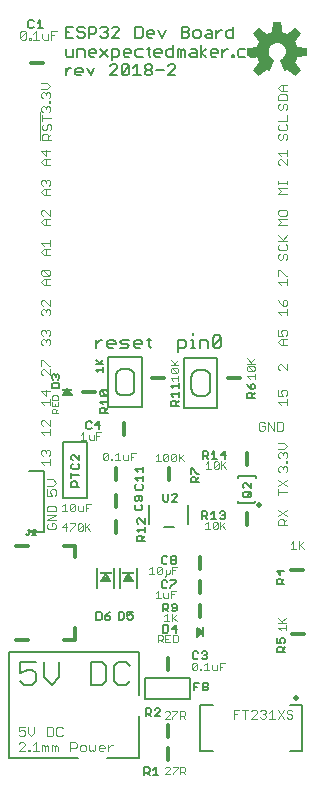
<source format=gto>
G75*
%MOIN*%
%OFA0B0*%
%FSLAX25Y25*%
%IPPOS*%
%LPD*%
%AMOC8*
5,1,8,0,0,1.08239X$1,22.5*
%
%ADD10C,0.00400*%
%ADD11C,0.00600*%
%ADD12C,0.00800*%
%ADD13C,0.00500*%
%ADD14C,0.00700*%
%ADD15C,0.00300*%
%ADD16C,0.01200*%
%ADD17R,0.03500X0.00750*%
%ADD18C,0.00200*%
%ADD19R,0.00750X0.03500*%
%ADD20R,0.03937X0.00787*%
%ADD21C,0.02000*%
D10*
X0032660Y0092180D02*
X0032193Y0092647D01*
X0032193Y0093581D01*
X0032660Y0094048D01*
X0033594Y0094048D02*
X0033594Y0093114D01*
X0033594Y0094048D02*
X0034528Y0094048D01*
X0034995Y0093581D01*
X0034995Y0092647D01*
X0034528Y0092180D01*
X0032660Y0092180D01*
X0032193Y0095127D02*
X0034995Y0096995D01*
X0032193Y0096995D01*
X0032193Y0098073D02*
X0032193Y0099474D01*
X0032660Y0099942D01*
X0034528Y0099942D01*
X0034995Y0099474D01*
X0034995Y0098073D01*
X0032193Y0098073D01*
X0032193Y0095127D02*
X0034995Y0095127D01*
X0034661Y0103285D02*
X0035195Y0103819D01*
X0035195Y0104887D01*
X0034661Y0105420D01*
X0033594Y0105420D01*
X0033060Y0104887D01*
X0033060Y0104353D01*
X0033594Y0103285D01*
X0031992Y0103285D01*
X0031992Y0105420D01*
X0031992Y0106600D02*
X0034128Y0106600D01*
X0035195Y0107668D01*
X0034128Y0108735D01*
X0031992Y0108735D01*
X0031093Y0113469D02*
X0030093Y0114470D01*
X0033095Y0114470D01*
X0033095Y0113469D02*
X0033095Y0115471D01*
X0032595Y0116600D02*
X0033095Y0117100D01*
X0033095Y0118101D01*
X0032595Y0118602D01*
X0032094Y0118602D01*
X0031594Y0118101D01*
X0031594Y0117601D01*
X0031594Y0118101D02*
X0031093Y0118602D01*
X0030593Y0118602D01*
X0030093Y0118101D01*
X0030093Y0117100D01*
X0030593Y0116600D01*
X0031093Y0123469D02*
X0030093Y0124470D01*
X0033095Y0124470D01*
X0033095Y0123469D02*
X0033095Y0125471D01*
X0033095Y0126600D02*
X0031093Y0128602D01*
X0030593Y0128602D01*
X0030093Y0128101D01*
X0030093Y0127100D01*
X0030593Y0126600D01*
X0033095Y0126600D02*
X0033095Y0128602D01*
X0033095Y0133469D02*
X0033095Y0135471D01*
X0033095Y0134470D02*
X0030093Y0134470D01*
X0031093Y0133469D01*
X0031594Y0136600D02*
X0031594Y0138602D01*
X0033095Y0138101D02*
X0030093Y0138101D01*
X0031594Y0136600D01*
X0030593Y0143469D02*
X0030093Y0143970D01*
X0030093Y0144971D01*
X0030593Y0145471D01*
X0031093Y0145471D01*
X0033095Y0143469D01*
X0033095Y0145471D01*
X0033095Y0146600D02*
X0032595Y0146600D01*
X0030593Y0148602D01*
X0030093Y0148602D01*
X0030093Y0146600D01*
X0030593Y0153469D02*
X0030093Y0153970D01*
X0030093Y0154971D01*
X0030593Y0155471D01*
X0031093Y0155471D01*
X0031594Y0154971D01*
X0032094Y0155471D01*
X0032595Y0155471D01*
X0033095Y0154971D01*
X0033095Y0153970D01*
X0032595Y0153469D01*
X0031594Y0154470D02*
X0031594Y0154971D01*
X0032595Y0156600D02*
X0033095Y0157100D01*
X0033095Y0158101D01*
X0032595Y0158602D01*
X0032094Y0158602D01*
X0031594Y0158101D01*
X0031594Y0157601D01*
X0031594Y0158101D02*
X0031093Y0158602D01*
X0030593Y0158602D01*
X0030093Y0158101D01*
X0030093Y0157100D01*
X0030593Y0156600D01*
X0030593Y0163469D02*
X0030093Y0163970D01*
X0030093Y0164971D01*
X0030593Y0165471D01*
X0031093Y0165471D01*
X0031594Y0164971D01*
X0032094Y0165471D01*
X0032595Y0165471D01*
X0033095Y0164971D01*
X0033095Y0163970D01*
X0032595Y0163469D01*
X0031594Y0164470D02*
X0031594Y0164971D01*
X0030593Y0166600D02*
X0030093Y0167100D01*
X0030093Y0168101D01*
X0030593Y0168602D01*
X0031093Y0168602D01*
X0033095Y0166600D01*
X0033095Y0168602D01*
X0033095Y0173469D02*
X0031093Y0173469D01*
X0030093Y0174470D01*
X0031093Y0175471D01*
X0033095Y0175471D01*
X0032595Y0176600D02*
X0030593Y0178602D01*
X0032595Y0178602D01*
X0033095Y0178101D01*
X0033095Y0177100D01*
X0032595Y0176600D01*
X0030593Y0176600D01*
X0030093Y0177100D01*
X0030093Y0178101D01*
X0030593Y0178602D01*
X0031594Y0175471D02*
X0031594Y0173469D01*
X0031594Y0183469D02*
X0031594Y0185471D01*
X0031093Y0185471D02*
X0033095Y0185471D01*
X0033095Y0186600D02*
X0033095Y0188602D01*
X0033095Y0187601D02*
X0030093Y0187601D01*
X0031093Y0186600D01*
X0031093Y0185471D02*
X0030093Y0184470D01*
X0031093Y0183469D01*
X0033095Y0183469D01*
X0033095Y0193469D02*
X0031093Y0193469D01*
X0030093Y0194470D01*
X0031093Y0195471D01*
X0033095Y0195471D01*
X0033095Y0196600D02*
X0031093Y0198602D01*
X0030593Y0198602D01*
X0030093Y0198101D01*
X0030093Y0197100D01*
X0030593Y0196600D01*
X0031594Y0195471D02*
X0031594Y0193469D01*
X0033095Y0196600D02*
X0033095Y0198602D01*
X0033095Y0203469D02*
X0031093Y0203469D01*
X0030093Y0204470D01*
X0031093Y0205471D01*
X0033095Y0205471D01*
X0032595Y0206600D02*
X0033095Y0207100D01*
X0033095Y0208101D01*
X0032595Y0208602D01*
X0032094Y0208602D01*
X0031594Y0208101D01*
X0031594Y0207601D01*
X0031594Y0208101D02*
X0031093Y0208602D01*
X0030593Y0208602D01*
X0030093Y0208101D01*
X0030093Y0207100D01*
X0030593Y0206600D01*
X0031594Y0205471D02*
X0031594Y0203469D01*
X0031594Y0213469D02*
X0031594Y0215471D01*
X0031093Y0215471D02*
X0033095Y0215471D01*
X0031594Y0216600D02*
X0031594Y0218602D01*
X0033095Y0218101D02*
X0030093Y0218101D01*
X0031594Y0216600D01*
X0031093Y0215471D02*
X0030093Y0214470D01*
X0031093Y0213469D01*
X0033095Y0213469D01*
X0033395Y0221904D02*
X0030393Y0221904D01*
X0030393Y0223405D01*
X0030893Y0223906D01*
X0031894Y0223906D01*
X0032394Y0223405D01*
X0032394Y0221904D01*
X0032394Y0222905D02*
X0033395Y0223906D01*
X0032895Y0225035D02*
X0033395Y0225535D01*
X0033395Y0226536D01*
X0032895Y0227036D01*
X0032394Y0227036D01*
X0031894Y0226536D01*
X0031894Y0225535D01*
X0031393Y0225035D01*
X0030893Y0225035D01*
X0030393Y0225535D01*
X0030393Y0226536D01*
X0030893Y0227036D01*
X0030393Y0228165D02*
X0030393Y0230167D01*
X0030593Y0231121D02*
X0030093Y0231622D01*
X0030093Y0232623D01*
X0030593Y0233123D01*
X0031093Y0233123D01*
X0031594Y0232623D01*
X0032094Y0233123D01*
X0032595Y0233123D01*
X0033095Y0232623D01*
X0033095Y0231622D01*
X0032595Y0231121D01*
X0031594Y0232122D02*
X0031594Y0232623D01*
X0032595Y0234252D02*
X0032595Y0234752D01*
X0033095Y0234752D01*
X0033095Y0234252D01*
X0032595Y0234252D01*
X0032595Y0235817D02*
X0033095Y0236318D01*
X0033095Y0237319D01*
X0032595Y0237819D01*
X0032094Y0237819D01*
X0031594Y0237319D01*
X0031594Y0236818D01*
X0031594Y0237319D02*
X0031093Y0237819D01*
X0030593Y0237819D01*
X0030093Y0237319D01*
X0030093Y0236318D01*
X0030593Y0235817D01*
X0030093Y0238948D02*
X0032094Y0238948D01*
X0033095Y0239949D01*
X0032094Y0240950D01*
X0030093Y0240950D01*
X0029595Y0231096D02*
X0029595Y0221704D01*
X0030393Y0229166D02*
X0033395Y0229166D01*
X0103100Y0127903D02*
X0102599Y0127402D01*
X0102599Y0125400D01*
X0103100Y0124900D01*
X0104100Y0124900D01*
X0104601Y0125400D01*
X0104601Y0126401D01*
X0103600Y0126401D01*
X0104601Y0127402D02*
X0104100Y0127903D01*
X0103100Y0127903D01*
X0105730Y0127903D02*
X0105730Y0124900D01*
X0107732Y0124900D02*
X0105730Y0127903D01*
X0107732Y0127903D02*
X0107732Y0124900D01*
X0108860Y0124900D02*
X0108860Y0127903D01*
X0110362Y0127903D01*
X0110862Y0127402D01*
X0110862Y0125400D01*
X0110362Y0124900D01*
X0108860Y0124900D01*
X0109093Y0120950D02*
X0111094Y0120950D01*
X0112095Y0119949D01*
X0111094Y0118948D01*
X0109093Y0118948D01*
X0109593Y0117819D02*
X0109093Y0117319D01*
X0109093Y0116318D01*
X0109593Y0115817D01*
X0110594Y0116818D02*
X0110594Y0117319D01*
X0111094Y0117819D01*
X0111595Y0117819D01*
X0112095Y0117319D01*
X0112095Y0116318D01*
X0111595Y0115817D01*
X0111595Y0114752D02*
X0112095Y0114752D01*
X0112095Y0114252D01*
X0111595Y0114252D01*
X0111595Y0114752D01*
X0111595Y0113123D02*
X0112095Y0112623D01*
X0112095Y0111622D01*
X0111595Y0111121D01*
X0110594Y0112122D02*
X0110594Y0112623D01*
X0111094Y0113123D01*
X0111595Y0113123D01*
X0110594Y0112623D02*
X0110093Y0113123D01*
X0109593Y0113123D01*
X0109093Y0112623D01*
X0109093Y0111622D01*
X0109593Y0111121D01*
X0109093Y0108602D02*
X0112095Y0106600D01*
X0112095Y0108602D02*
X0109093Y0106600D01*
X0109093Y0105471D02*
X0109093Y0103469D01*
X0109093Y0104470D02*
X0112095Y0104470D01*
X0112095Y0098602D02*
X0109093Y0096600D01*
X0109593Y0095471D02*
X0109093Y0094971D01*
X0109093Y0093469D01*
X0112095Y0093469D01*
X0111094Y0093469D02*
X0111094Y0094971D01*
X0110594Y0095471D01*
X0109593Y0095471D01*
X0111094Y0094470D02*
X0112095Y0095471D01*
X0112095Y0096600D02*
X0109093Y0098602D01*
X0110594Y0117319D02*
X0110093Y0117819D01*
X0109593Y0117819D01*
X0110093Y0133469D02*
X0109093Y0134470D01*
X0112095Y0134470D01*
X0112095Y0133469D02*
X0112095Y0135471D01*
X0111595Y0136600D02*
X0112095Y0137100D01*
X0112095Y0138101D01*
X0111595Y0138602D01*
X0110594Y0138602D01*
X0110093Y0138101D01*
X0110093Y0137601D01*
X0110594Y0136600D01*
X0109093Y0136600D01*
X0109093Y0138602D01*
X0109593Y0145035D02*
X0109093Y0145535D01*
X0109093Y0146536D01*
X0109593Y0147036D01*
X0110093Y0147036D01*
X0112095Y0145035D01*
X0112095Y0147036D01*
X0112095Y0153469D02*
X0110093Y0153469D01*
X0109093Y0154470D01*
X0110093Y0155471D01*
X0112095Y0155471D01*
X0111595Y0156600D02*
X0112095Y0157100D01*
X0112095Y0158101D01*
X0111595Y0158602D01*
X0110594Y0158602D01*
X0110093Y0158101D01*
X0110093Y0157601D01*
X0110594Y0156600D01*
X0109093Y0156600D01*
X0109093Y0158602D01*
X0110594Y0155471D02*
X0110594Y0153469D01*
X0110093Y0163469D02*
X0109093Y0164470D01*
X0112095Y0164470D01*
X0112095Y0163469D02*
X0112095Y0165471D01*
X0111595Y0166600D02*
X0112095Y0167100D01*
X0112095Y0168101D01*
X0111595Y0168602D01*
X0111094Y0168602D01*
X0110594Y0168101D01*
X0110594Y0166600D01*
X0111595Y0166600D01*
X0110594Y0166600D02*
X0109593Y0167601D01*
X0109093Y0168602D01*
X0110093Y0173469D02*
X0109093Y0174470D01*
X0112095Y0174470D01*
X0112095Y0173469D02*
X0112095Y0175471D01*
X0112095Y0176600D02*
X0111595Y0176600D01*
X0109593Y0178602D01*
X0109093Y0178602D01*
X0109093Y0176600D01*
X0109593Y0181904D02*
X0109093Y0182404D01*
X0109093Y0183405D01*
X0109593Y0183906D01*
X0110594Y0183405D02*
X0111094Y0183906D01*
X0111595Y0183906D01*
X0112095Y0183405D01*
X0112095Y0182404D01*
X0111595Y0181904D01*
X0110594Y0182404D02*
X0110594Y0183405D01*
X0110594Y0182404D02*
X0110093Y0181904D01*
X0109593Y0181904D01*
X0109593Y0185035D02*
X0109093Y0185535D01*
X0109093Y0186536D01*
X0109593Y0187036D01*
X0109093Y0188165D02*
X0112095Y0188165D01*
X0111094Y0188165D02*
X0109093Y0190167D01*
X0110594Y0188666D02*
X0112095Y0190167D01*
X0111595Y0187036D02*
X0112095Y0186536D01*
X0112095Y0185535D01*
X0111595Y0185035D01*
X0109593Y0185035D01*
X0109093Y0193469D02*
X0110093Y0194470D01*
X0109093Y0195471D01*
X0112095Y0195471D01*
X0111595Y0196600D02*
X0112095Y0197100D01*
X0112095Y0198101D01*
X0111595Y0198602D01*
X0109593Y0198602D01*
X0109093Y0198101D01*
X0109093Y0197100D01*
X0109593Y0196600D01*
X0111595Y0196600D01*
X0112095Y0193469D02*
X0109093Y0193469D01*
X0109093Y0203991D02*
X0110093Y0204992D01*
X0109093Y0205993D01*
X0112095Y0205993D01*
X0112095Y0207122D02*
X0112095Y0208123D01*
X0112095Y0207622D02*
X0109093Y0207622D01*
X0109093Y0207122D02*
X0109093Y0208123D01*
X0109093Y0203991D02*
X0112095Y0203991D01*
X0112095Y0213469D02*
X0110093Y0215471D01*
X0109593Y0215471D01*
X0109093Y0214971D01*
X0109093Y0213970D01*
X0109593Y0213469D01*
X0110093Y0216600D02*
X0109093Y0217601D01*
X0112095Y0217601D01*
X0112095Y0216600D02*
X0112095Y0218602D01*
X0112095Y0215471D02*
X0112095Y0213469D01*
X0111595Y0221904D02*
X0112095Y0222404D01*
X0112095Y0223405D01*
X0111595Y0223906D01*
X0111094Y0223906D01*
X0110594Y0223405D01*
X0110594Y0222404D01*
X0110093Y0221904D01*
X0109593Y0221904D01*
X0109093Y0222404D01*
X0109093Y0223405D01*
X0109593Y0223906D01*
X0109593Y0225035D02*
X0109093Y0225535D01*
X0109093Y0226536D01*
X0109593Y0227036D01*
X0109093Y0228165D02*
X0112095Y0228165D01*
X0112095Y0230167D01*
X0111595Y0231904D02*
X0112095Y0232404D01*
X0112095Y0233405D01*
X0111595Y0233906D01*
X0111094Y0233906D01*
X0110594Y0233405D01*
X0110594Y0232404D01*
X0110093Y0231904D01*
X0109593Y0231904D01*
X0109093Y0232404D01*
X0109093Y0233405D01*
X0109593Y0233906D01*
X0109093Y0235035D02*
X0109093Y0236536D01*
X0109593Y0237036D01*
X0111595Y0237036D01*
X0112095Y0236536D01*
X0112095Y0235035D01*
X0109093Y0235035D01*
X0110093Y0238165D02*
X0109093Y0239166D01*
X0110093Y0240167D01*
X0112095Y0240167D01*
X0112095Y0238165D02*
X0110093Y0238165D01*
X0110594Y0238165D02*
X0110594Y0240167D01*
X0111595Y0227036D02*
X0112095Y0226536D01*
X0112095Y0225535D01*
X0111595Y0225035D01*
X0109593Y0225035D01*
D11*
X0089430Y0156704D02*
X0088029Y0156704D01*
X0087328Y0156003D01*
X0087328Y0153201D01*
X0090131Y0156003D01*
X0090131Y0153201D01*
X0089430Y0152500D01*
X0088029Y0152500D01*
X0087328Y0153201D01*
X0085711Y0152500D02*
X0085711Y0154602D01*
X0085010Y0155302D01*
X0082909Y0155302D01*
X0082909Y0152500D01*
X0081363Y0152500D02*
X0079962Y0152500D01*
X0080663Y0152500D02*
X0080663Y0155302D01*
X0079962Y0155302D01*
X0080663Y0156704D02*
X0080663Y0157404D01*
X0078345Y0154602D02*
X0078345Y0153201D01*
X0077644Y0152500D01*
X0075542Y0152500D01*
X0075542Y0151099D02*
X0075542Y0155302D01*
X0077644Y0155302D01*
X0078345Y0154602D01*
X0075920Y0140838D02*
X0075920Y0139103D01*
X0075920Y0139971D02*
X0073318Y0139971D01*
X0074185Y0139103D01*
X0073318Y0137024D02*
X0075920Y0137024D01*
X0075920Y0136157D02*
X0075920Y0137892D01*
X0074185Y0136157D02*
X0073318Y0137024D01*
X0073752Y0134945D02*
X0074619Y0134945D01*
X0075053Y0134512D01*
X0075053Y0133210D01*
X0075920Y0133210D02*
X0073318Y0133210D01*
X0073318Y0134512D01*
X0073752Y0134945D01*
X0075053Y0134078D02*
X0075920Y0134945D01*
X0084056Y0118102D02*
X0084056Y0115500D01*
X0084056Y0116367D02*
X0085357Y0116367D01*
X0085790Y0116801D01*
X0085790Y0117669D01*
X0085357Y0118102D01*
X0084056Y0118102D01*
X0084923Y0116367D02*
X0085790Y0115500D01*
X0087002Y0115500D02*
X0088737Y0115500D01*
X0087870Y0115500D02*
X0087870Y0118102D01*
X0087002Y0117235D01*
X0089949Y0116801D02*
X0091683Y0116801D01*
X0091250Y0115500D02*
X0091250Y0118102D01*
X0089949Y0116801D01*
X0097827Y0107435D02*
X0097393Y0107001D01*
X0097393Y0106134D01*
X0097827Y0105700D01*
X0097827Y0104488D02*
X0099561Y0104488D01*
X0099995Y0104055D01*
X0099995Y0103187D01*
X0099561Y0102753D01*
X0097827Y0102753D01*
X0097393Y0103187D01*
X0097393Y0104055D01*
X0097827Y0104488D01*
X0099128Y0103621D02*
X0099995Y0104488D01*
X0099995Y0105700D02*
X0098260Y0107435D01*
X0097827Y0107435D01*
X0099995Y0107435D02*
X0099995Y0105700D01*
X0091383Y0097669D02*
X0091383Y0097235D01*
X0090950Y0096801D01*
X0091383Y0096367D01*
X0091383Y0095934D01*
X0090950Y0095500D01*
X0090082Y0095500D01*
X0089649Y0095934D01*
X0090516Y0096801D02*
X0090950Y0096801D01*
X0091383Y0097669D02*
X0090950Y0098102D01*
X0090082Y0098102D01*
X0089649Y0097669D01*
X0088437Y0095500D02*
X0086702Y0095500D01*
X0087570Y0095500D02*
X0087570Y0098102D01*
X0086702Y0097235D01*
X0085490Y0097669D02*
X0085490Y0096801D01*
X0085057Y0096367D01*
X0083756Y0096367D01*
X0084623Y0096367D02*
X0085490Y0095500D01*
X0085490Y0097669D02*
X0085057Y0098102D01*
X0083756Y0098102D01*
X0083756Y0095500D01*
X0082570Y0107707D02*
X0079968Y0107707D01*
X0079968Y0109008D01*
X0080402Y0109442D01*
X0081269Y0109442D01*
X0081703Y0109008D01*
X0081703Y0107707D01*
X0081703Y0108574D02*
X0082570Y0109442D01*
X0082570Y0110653D02*
X0082136Y0110653D01*
X0080402Y0112388D01*
X0079968Y0112388D01*
X0079968Y0110653D01*
X0075030Y0103902D02*
X0074163Y0103902D01*
X0073729Y0103469D01*
X0072517Y0103902D02*
X0072517Y0101734D01*
X0072084Y0101300D01*
X0071216Y0101300D01*
X0070783Y0101734D01*
X0070783Y0103902D01*
X0073729Y0101300D02*
X0075464Y0103035D01*
X0075464Y0103469D01*
X0075030Y0103902D01*
X0075464Y0101300D02*
X0073729Y0101300D01*
X0064570Y0095738D02*
X0064570Y0094003D01*
X0062835Y0095738D01*
X0062402Y0095738D01*
X0061968Y0095305D01*
X0061968Y0094437D01*
X0062402Y0094003D01*
X0061968Y0091924D02*
X0064570Y0091924D01*
X0064570Y0091057D02*
X0064570Y0092792D01*
X0064570Y0089845D02*
X0063703Y0088978D01*
X0063703Y0089412D02*
X0063703Y0088110D01*
X0064570Y0088110D02*
X0061968Y0088110D01*
X0061968Y0089412D01*
X0062402Y0089845D01*
X0063269Y0089845D01*
X0063703Y0089412D01*
X0062835Y0091057D02*
X0061968Y0091924D01*
X0061702Y0098457D02*
X0061268Y0098891D01*
X0061268Y0099758D01*
X0061702Y0100192D01*
X0061702Y0101403D02*
X0061268Y0101837D01*
X0061268Y0102705D01*
X0061702Y0103138D01*
X0063436Y0103138D01*
X0063870Y0102705D01*
X0063870Y0101837D01*
X0063436Y0101403D01*
X0062569Y0101837D02*
X0062569Y0103138D01*
X0062569Y0101837D02*
X0062135Y0101403D01*
X0061702Y0101403D01*
X0063436Y0100192D02*
X0063870Y0099758D01*
X0063870Y0098891D01*
X0063436Y0098457D01*
X0061702Y0098457D01*
X0061852Y0105310D02*
X0061418Y0105744D01*
X0061418Y0106612D01*
X0061852Y0107045D01*
X0062285Y0108257D02*
X0061418Y0109124D01*
X0064020Y0109124D01*
X0064020Y0108257D02*
X0064020Y0109992D01*
X0064020Y0111203D02*
X0064020Y0112938D01*
X0064020Y0112071D02*
X0061418Y0112071D01*
X0062285Y0111203D01*
X0063586Y0107045D02*
X0064020Y0106612D01*
X0064020Y0105744D01*
X0063586Y0105310D01*
X0061852Y0105310D01*
X0070893Y0083136D02*
X0070459Y0082702D01*
X0070459Y0080967D01*
X0070893Y0080533D01*
X0071760Y0080533D01*
X0072194Y0080967D01*
X0073406Y0080967D02*
X0073406Y0081401D01*
X0073839Y0081835D01*
X0074707Y0081835D01*
X0075141Y0081401D01*
X0075141Y0080967D01*
X0074707Y0080533D01*
X0073839Y0080533D01*
X0073406Y0080967D01*
X0073839Y0081835D02*
X0073406Y0082268D01*
X0073406Y0082702D01*
X0073839Y0083136D01*
X0074707Y0083136D01*
X0075141Y0082702D01*
X0075141Y0082268D01*
X0074707Y0081835D01*
X0072194Y0082702D02*
X0071760Y0083136D01*
X0070893Y0083136D01*
X0070684Y0075067D02*
X0070251Y0074634D01*
X0070251Y0072899D01*
X0070684Y0072465D01*
X0071552Y0072465D01*
X0071985Y0072899D01*
X0073197Y0072899D02*
X0073197Y0072465D01*
X0073197Y0072899D02*
X0074932Y0074634D01*
X0074932Y0075067D01*
X0073197Y0075067D01*
X0071985Y0074634D02*
X0071552Y0075067D01*
X0070684Y0075067D01*
X0070602Y0067302D02*
X0071903Y0067302D01*
X0072337Y0066869D01*
X0072337Y0066001D01*
X0071903Y0065567D01*
X0070602Y0065567D01*
X0070602Y0064700D02*
X0070602Y0067302D01*
X0071470Y0065567D02*
X0072337Y0064700D01*
X0073549Y0065134D02*
X0073982Y0064700D01*
X0074850Y0064700D01*
X0075283Y0065134D01*
X0075283Y0066869D01*
X0074850Y0067302D01*
X0073982Y0067302D01*
X0073549Y0066869D01*
X0073549Y0066435D01*
X0073982Y0066001D01*
X0075283Y0066001D01*
X0075050Y0060277D02*
X0073749Y0058976D01*
X0075483Y0058976D01*
X0075050Y0057675D02*
X0075050Y0060277D01*
X0072537Y0059844D02*
X0072103Y0060277D01*
X0070802Y0060277D01*
X0070802Y0057675D01*
X0072103Y0057675D01*
X0072537Y0058109D01*
X0072537Y0059844D01*
X0081104Y0051352D02*
X0080670Y0050919D01*
X0080670Y0049184D01*
X0081104Y0048750D01*
X0081971Y0048750D01*
X0082405Y0049184D01*
X0083617Y0049184D02*
X0084050Y0048750D01*
X0084918Y0048750D01*
X0085351Y0049184D01*
X0085351Y0049617D01*
X0084918Y0050051D01*
X0084484Y0050051D01*
X0084918Y0050051D02*
X0085351Y0050485D01*
X0085351Y0050919D01*
X0084918Y0051352D01*
X0084050Y0051352D01*
X0083617Y0050919D01*
X0082405Y0050919D02*
X0081971Y0051352D01*
X0081104Y0051352D01*
X0081995Y0056275D02*
X0083995Y0057775D01*
X0081995Y0059275D01*
X0081995Y0056275D01*
X0081995Y0056781D02*
X0082670Y0056781D01*
X0081995Y0057379D02*
X0083468Y0057379D01*
X0083725Y0057978D02*
X0081995Y0057978D01*
X0081995Y0058576D02*
X0082927Y0058576D01*
X0082129Y0059175D02*
X0081995Y0059175D01*
X0082780Y0040977D02*
X0081045Y0040977D01*
X0081045Y0038375D01*
X0081045Y0039676D02*
X0081913Y0039676D01*
X0083992Y0039676D02*
X0085293Y0039676D01*
X0085726Y0039242D01*
X0085726Y0038809D01*
X0085293Y0038375D01*
X0083992Y0038375D01*
X0083992Y0040977D01*
X0085293Y0040977D01*
X0085726Y0040544D01*
X0085726Y0040110D01*
X0085293Y0039676D01*
X0069683Y0031919D02*
X0069683Y0031485D01*
X0067949Y0029750D01*
X0069683Y0029750D01*
X0069683Y0031919D02*
X0069250Y0032352D01*
X0068382Y0032352D01*
X0067949Y0031919D01*
X0066737Y0031919D02*
X0066737Y0031051D01*
X0066303Y0030617D01*
X0065002Y0030617D01*
X0065002Y0029750D02*
X0065002Y0032352D01*
X0066303Y0032352D01*
X0066737Y0031919D01*
X0065870Y0030617D02*
X0066737Y0029750D01*
X0065793Y0012727D02*
X0066227Y0012294D01*
X0066227Y0011426D01*
X0065793Y0010992D01*
X0064492Y0010992D01*
X0064492Y0010125D02*
X0064492Y0012727D01*
X0065793Y0012727D01*
X0065360Y0010992D02*
X0066227Y0010125D01*
X0067439Y0010125D02*
X0069174Y0010125D01*
X0068306Y0010125D02*
X0068306Y0012727D01*
X0067439Y0011860D01*
X0060150Y0062000D02*
X0059282Y0062000D01*
X0058849Y0062434D01*
X0058849Y0063301D02*
X0059716Y0063735D01*
X0060150Y0063735D01*
X0060583Y0063301D01*
X0060583Y0062434D01*
X0060150Y0062000D01*
X0058849Y0063301D02*
X0058849Y0064602D01*
X0060583Y0064602D01*
X0057637Y0064169D02*
X0057637Y0062434D01*
X0057203Y0062000D01*
X0055902Y0062000D01*
X0055902Y0064602D01*
X0057203Y0064602D01*
X0057637Y0064169D01*
X0053158Y0064502D02*
X0052291Y0064069D01*
X0051424Y0063201D01*
X0052725Y0063201D01*
X0053158Y0062767D01*
X0053158Y0062334D01*
X0052725Y0061900D01*
X0051857Y0061900D01*
X0051424Y0062334D01*
X0051424Y0063201D01*
X0050212Y0062334D02*
X0050212Y0064069D01*
X0049778Y0064502D01*
X0048477Y0064502D01*
X0048477Y0061900D01*
X0049778Y0061900D01*
X0050212Y0062334D01*
X0042795Y0106314D02*
X0040193Y0106314D01*
X0040193Y0107615D01*
X0040627Y0108049D01*
X0041494Y0108049D01*
X0041928Y0107615D01*
X0041928Y0106314D01*
X0040193Y0109260D02*
X0040193Y0110995D01*
X0040193Y0110128D02*
X0042795Y0110128D01*
X0042361Y0112207D02*
X0040627Y0112207D01*
X0040193Y0112641D01*
X0040193Y0113508D01*
X0040627Y0113942D01*
X0040627Y0115153D02*
X0040193Y0115587D01*
X0040193Y0116455D01*
X0040627Y0116888D01*
X0041060Y0116888D01*
X0042795Y0115153D01*
X0042795Y0116888D01*
X0042361Y0113942D02*
X0042795Y0113508D01*
X0042795Y0112641D01*
X0042361Y0112207D01*
X0045586Y0125425D02*
X0046453Y0125425D01*
X0046887Y0125859D01*
X0045586Y0125425D02*
X0045152Y0125859D01*
X0045152Y0127594D01*
X0045586Y0128027D01*
X0046453Y0128027D01*
X0046887Y0127594D01*
X0048099Y0126726D02*
X0049833Y0126726D01*
X0049400Y0125425D02*
X0049400Y0128027D01*
X0048099Y0126726D01*
X0049693Y0130760D02*
X0049693Y0132062D01*
X0050127Y0132495D01*
X0050994Y0132495D01*
X0051428Y0132062D01*
X0051428Y0130760D01*
X0052295Y0130760D02*
X0049693Y0130760D01*
X0051428Y0131628D02*
X0052295Y0132495D01*
X0052295Y0133707D02*
X0052295Y0135442D01*
X0052295Y0134574D02*
X0049693Y0134574D01*
X0050560Y0133707D01*
X0050127Y0136653D02*
X0049693Y0137087D01*
X0049693Y0137955D01*
X0050127Y0138388D01*
X0051861Y0136653D01*
X0052295Y0137087D01*
X0052295Y0137955D01*
X0051861Y0138388D01*
X0050127Y0138388D01*
X0050127Y0136653D02*
X0051861Y0136653D01*
X0052784Y0152500D02*
X0052084Y0153201D01*
X0052084Y0154602D01*
X0052784Y0155302D01*
X0054186Y0155302D01*
X0054886Y0154602D01*
X0054886Y0153901D01*
X0052084Y0153901D01*
X0052784Y0152500D02*
X0054186Y0152500D01*
X0056504Y0152500D02*
X0058605Y0152500D01*
X0059306Y0153201D01*
X0058605Y0153901D01*
X0057204Y0153901D01*
X0056504Y0154602D01*
X0057204Y0155302D01*
X0059306Y0155302D01*
X0060923Y0154602D02*
X0061624Y0155302D01*
X0063025Y0155302D01*
X0063726Y0154602D01*
X0063726Y0153901D01*
X0060923Y0153901D01*
X0060923Y0153201D02*
X0060923Y0154602D01*
X0060923Y0153201D02*
X0061624Y0152500D01*
X0063025Y0152500D01*
X0065343Y0155302D02*
X0066744Y0155302D01*
X0066044Y0156003D02*
X0066044Y0153201D01*
X0066744Y0152500D01*
X0050502Y0155302D02*
X0049802Y0155302D01*
X0048401Y0153901D01*
X0048401Y0152500D02*
X0048401Y0155302D01*
X0039224Y0138178D02*
X0038366Y0138178D01*
X0038795Y0138750D02*
X0040295Y0136750D01*
X0037295Y0136750D01*
X0038795Y0138750D01*
X0037918Y0137580D02*
X0039673Y0137580D01*
X0040122Y0136981D02*
X0037469Y0136981D01*
X0036195Y0139057D02*
X0036195Y0140358D01*
X0035761Y0140792D01*
X0034027Y0140792D01*
X0033593Y0140358D01*
X0033593Y0139057D01*
X0036195Y0139057D01*
X0035761Y0142003D02*
X0036195Y0142437D01*
X0036195Y0143305D01*
X0035761Y0143738D01*
X0035328Y0143738D01*
X0034894Y0143305D01*
X0034894Y0142871D01*
X0034894Y0143305D02*
X0034460Y0143738D01*
X0034027Y0143738D01*
X0033593Y0143305D01*
X0033593Y0142437D01*
X0034027Y0142003D01*
X0089430Y0156704D02*
X0090131Y0156003D01*
X0098643Y0140613D02*
X0099077Y0139746D01*
X0099944Y0138878D01*
X0099944Y0140180D01*
X0100378Y0140613D01*
X0100811Y0140613D01*
X0101245Y0140180D01*
X0101245Y0139312D01*
X0100811Y0138878D01*
X0099944Y0138878D01*
X0099944Y0137667D02*
X0099077Y0137667D01*
X0098643Y0137233D01*
X0098643Y0135932D01*
X0101245Y0135932D01*
X0100378Y0135932D02*
X0100378Y0137233D01*
X0099944Y0137667D01*
X0100378Y0136799D02*
X0101245Y0137667D01*
X0109869Y0078506D02*
X0109869Y0076772D01*
X0108568Y0078073D01*
X0111170Y0078073D01*
X0111170Y0075560D02*
X0110303Y0074692D01*
X0110303Y0075126D02*
X0110303Y0073825D01*
X0111170Y0073825D02*
X0108568Y0073825D01*
X0108568Y0075126D01*
X0109002Y0075560D01*
X0109869Y0075560D01*
X0110303Y0075126D01*
X0110119Y0055756D02*
X0110986Y0055756D01*
X0111420Y0055323D01*
X0111420Y0054455D01*
X0110986Y0054022D01*
X0110119Y0054022D02*
X0109685Y0054889D01*
X0109685Y0055323D01*
X0110119Y0055756D01*
X0108818Y0055756D02*
X0108818Y0054022D01*
X0110119Y0054022D01*
X0110119Y0052810D02*
X0110553Y0052376D01*
X0110553Y0051075D01*
X0111420Y0051075D02*
X0108818Y0051075D01*
X0108818Y0052376D01*
X0109252Y0052810D01*
X0110119Y0052810D01*
X0110553Y0051942D02*
X0111420Y0052810D01*
X0030769Y0259075D02*
X0028901Y0259075D01*
X0029835Y0259075D02*
X0029835Y0261877D01*
X0028901Y0260943D01*
X0027638Y0261410D02*
X0027171Y0261877D01*
X0026237Y0261877D01*
X0025770Y0261410D01*
X0025770Y0259542D01*
X0026237Y0259075D01*
X0027171Y0259075D01*
X0027638Y0259542D01*
D12*
X0019268Y0051117D02*
X0019268Y0015683D01*
X0042497Y0015683D01*
X0051946Y0015683D02*
X0062575Y0015683D01*
X0062575Y0029857D01*
X0064845Y0035600D02*
X0064845Y0042600D01*
X0079845Y0042600D01*
X0079845Y0035600D01*
X0064845Y0035600D01*
X0062575Y0036943D02*
X0062575Y0051117D01*
X0019268Y0051117D01*
X0026095Y0091275D02*
X0031095Y0091275D01*
X0031095Y0111525D01*
X0026095Y0111525D01*
X0037458Y0102351D02*
X0037458Y0121249D01*
X0045332Y0121249D01*
X0045332Y0102351D01*
X0037458Y0102351D01*
X0048814Y0079337D02*
X0048814Y0072463D01*
X0049995Y0074719D02*
X0051570Y0077081D01*
X0053145Y0074719D01*
X0049995Y0074719D01*
X0050783Y0075113D02*
X0051570Y0076294D01*
X0052358Y0075113D01*
X0050783Y0075113D01*
X0050825Y0075176D02*
X0052315Y0075176D01*
X0051783Y0075975D02*
X0051358Y0075975D01*
X0054326Y0079337D02*
X0054326Y0072463D01*
X0056439Y0072463D02*
X0056439Y0079337D01*
X0059195Y0077081D02*
X0057620Y0074719D01*
X0060770Y0074719D01*
X0059195Y0077081D01*
X0059195Y0076294D02*
X0058408Y0075113D01*
X0059983Y0075113D01*
X0059195Y0076294D01*
X0058983Y0075975D02*
X0059408Y0075975D01*
X0059940Y0075176D02*
X0058450Y0075176D01*
X0061951Y0072463D02*
X0061951Y0079337D01*
X0066199Y0093850D02*
X0066199Y0100150D01*
X0071120Y0092866D02*
X0074270Y0092866D01*
X0079191Y0093850D02*
X0079191Y0100150D01*
X0095645Y0101000D02*
X0095645Y0101550D01*
X0095645Y0101000D02*
X0101045Y0101000D01*
X0101545Y0101550D01*
X0101545Y0109250D02*
X0101545Y0109800D01*
X0095645Y0109800D01*
X0095645Y0109250D01*
X0087295Y0033600D02*
X0083045Y0033600D01*
X0083045Y0018200D01*
X0087295Y0018200D01*
X0112895Y0018200D02*
X0117145Y0018200D01*
X0117145Y0033600D01*
X0112895Y0033600D01*
D13*
X0088857Y0132632D02*
X0077833Y0132632D01*
X0077833Y0149168D01*
X0088857Y0149168D01*
X0088857Y0132632D01*
X0086495Y0138931D02*
X0086495Y0142869D01*
X0086493Y0142964D01*
X0086487Y0143059D01*
X0086478Y0143154D01*
X0086464Y0143248D01*
X0086447Y0143341D01*
X0086426Y0143434D01*
X0086402Y0143526D01*
X0086373Y0143617D01*
X0086342Y0143707D01*
X0086306Y0143795D01*
X0086267Y0143882D01*
X0086224Y0143967D01*
X0086179Y0144050D01*
X0086129Y0144131D01*
X0086077Y0144211D01*
X0086021Y0144288D01*
X0085963Y0144363D01*
X0085901Y0144435D01*
X0085836Y0144505D01*
X0085769Y0144572D01*
X0085699Y0144637D01*
X0085627Y0144699D01*
X0085552Y0144757D01*
X0085475Y0144813D01*
X0085395Y0144865D01*
X0085314Y0144915D01*
X0085231Y0144960D01*
X0085146Y0145003D01*
X0085059Y0145042D01*
X0084971Y0145078D01*
X0084881Y0145109D01*
X0084790Y0145138D01*
X0084698Y0145162D01*
X0084605Y0145183D01*
X0084512Y0145200D01*
X0084418Y0145214D01*
X0084323Y0145223D01*
X0084228Y0145229D01*
X0084133Y0145231D01*
X0082558Y0145231D01*
X0082463Y0145229D01*
X0082368Y0145223D01*
X0082273Y0145214D01*
X0082179Y0145200D01*
X0082086Y0145183D01*
X0081993Y0145162D01*
X0081901Y0145138D01*
X0081810Y0145109D01*
X0081720Y0145078D01*
X0081632Y0145042D01*
X0081545Y0145003D01*
X0081460Y0144960D01*
X0081377Y0144915D01*
X0081296Y0144865D01*
X0081216Y0144813D01*
X0081139Y0144757D01*
X0081064Y0144699D01*
X0080992Y0144637D01*
X0080922Y0144572D01*
X0080855Y0144505D01*
X0080790Y0144435D01*
X0080728Y0144363D01*
X0080670Y0144288D01*
X0080614Y0144211D01*
X0080562Y0144131D01*
X0080512Y0144050D01*
X0080467Y0143967D01*
X0080424Y0143882D01*
X0080385Y0143795D01*
X0080349Y0143707D01*
X0080318Y0143617D01*
X0080289Y0143526D01*
X0080265Y0143434D01*
X0080244Y0143341D01*
X0080227Y0143248D01*
X0080213Y0143154D01*
X0080204Y0143059D01*
X0080198Y0142964D01*
X0080196Y0142869D01*
X0080196Y0138931D01*
X0080198Y0138836D01*
X0080204Y0138741D01*
X0080213Y0138646D01*
X0080227Y0138552D01*
X0080244Y0138459D01*
X0080265Y0138366D01*
X0080289Y0138274D01*
X0080318Y0138183D01*
X0080349Y0138093D01*
X0080385Y0138005D01*
X0080424Y0137918D01*
X0080467Y0137833D01*
X0080512Y0137750D01*
X0080562Y0137669D01*
X0080614Y0137589D01*
X0080670Y0137512D01*
X0080728Y0137437D01*
X0080790Y0137365D01*
X0080855Y0137295D01*
X0080922Y0137228D01*
X0080992Y0137163D01*
X0081064Y0137101D01*
X0081139Y0137043D01*
X0081216Y0136987D01*
X0081296Y0136935D01*
X0081377Y0136885D01*
X0081460Y0136840D01*
X0081545Y0136797D01*
X0081632Y0136758D01*
X0081720Y0136722D01*
X0081810Y0136691D01*
X0081901Y0136662D01*
X0081993Y0136638D01*
X0082086Y0136617D01*
X0082179Y0136600D01*
X0082273Y0136586D01*
X0082368Y0136577D01*
X0082463Y0136571D01*
X0082558Y0136569D01*
X0084133Y0136569D01*
X0084228Y0136571D01*
X0084323Y0136577D01*
X0084418Y0136586D01*
X0084512Y0136600D01*
X0084605Y0136617D01*
X0084698Y0136638D01*
X0084790Y0136662D01*
X0084881Y0136691D01*
X0084971Y0136722D01*
X0085059Y0136758D01*
X0085146Y0136797D01*
X0085231Y0136840D01*
X0085314Y0136885D01*
X0085395Y0136935D01*
X0085475Y0136987D01*
X0085552Y0137043D01*
X0085627Y0137101D01*
X0085699Y0137163D01*
X0085769Y0137228D01*
X0085836Y0137295D01*
X0085901Y0137365D01*
X0085963Y0137437D01*
X0086021Y0137512D01*
X0086077Y0137589D01*
X0086129Y0137669D01*
X0086179Y0137750D01*
X0086224Y0137833D01*
X0086267Y0137918D01*
X0086306Y0138005D01*
X0086342Y0138093D01*
X0086373Y0138183D01*
X0086402Y0138274D01*
X0086426Y0138366D01*
X0086447Y0138459D01*
X0086464Y0138552D01*
X0086478Y0138646D01*
X0086487Y0138741D01*
X0086493Y0138836D01*
X0086495Y0138931D01*
X0063557Y0132882D02*
X0052533Y0132882D01*
X0052533Y0149418D01*
X0063557Y0149418D01*
X0063557Y0132882D01*
X0061195Y0139181D02*
X0061195Y0143119D01*
X0061193Y0143214D01*
X0061187Y0143309D01*
X0061178Y0143404D01*
X0061164Y0143498D01*
X0061147Y0143591D01*
X0061126Y0143684D01*
X0061102Y0143776D01*
X0061073Y0143867D01*
X0061042Y0143957D01*
X0061006Y0144045D01*
X0060967Y0144132D01*
X0060924Y0144217D01*
X0060879Y0144300D01*
X0060829Y0144381D01*
X0060777Y0144461D01*
X0060721Y0144538D01*
X0060663Y0144613D01*
X0060601Y0144685D01*
X0060536Y0144755D01*
X0060469Y0144822D01*
X0060399Y0144887D01*
X0060327Y0144949D01*
X0060252Y0145007D01*
X0060175Y0145063D01*
X0060095Y0145115D01*
X0060014Y0145165D01*
X0059931Y0145210D01*
X0059846Y0145253D01*
X0059759Y0145292D01*
X0059671Y0145328D01*
X0059581Y0145359D01*
X0059490Y0145388D01*
X0059398Y0145412D01*
X0059305Y0145433D01*
X0059212Y0145450D01*
X0059118Y0145464D01*
X0059023Y0145473D01*
X0058928Y0145479D01*
X0058833Y0145481D01*
X0057258Y0145481D01*
X0057163Y0145479D01*
X0057068Y0145473D01*
X0056973Y0145464D01*
X0056879Y0145450D01*
X0056786Y0145433D01*
X0056693Y0145412D01*
X0056601Y0145388D01*
X0056510Y0145359D01*
X0056420Y0145328D01*
X0056332Y0145292D01*
X0056245Y0145253D01*
X0056160Y0145210D01*
X0056077Y0145165D01*
X0055996Y0145115D01*
X0055916Y0145063D01*
X0055839Y0145007D01*
X0055764Y0144949D01*
X0055692Y0144887D01*
X0055622Y0144822D01*
X0055555Y0144755D01*
X0055490Y0144685D01*
X0055428Y0144613D01*
X0055370Y0144538D01*
X0055314Y0144461D01*
X0055262Y0144381D01*
X0055212Y0144300D01*
X0055167Y0144217D01*
X0055124Y0144132D01*
X0055085Y0144045D01*
X0055049Y0143957D01*
X0055018Y0143867D01*
X0054989Y0143776D01*
X0054965Y0143684D01*
X0054944Y0143591D01*
X0054927Y0143498D01*
X0054913Y0143404D01*
X0054904Y0143309D01*
X0054898Y0143214D01*
X0054896Y0143119D01*
X0054896Y0139181D01*
X0054898Y0139086D01*
X0054904Y0138991D01*
X0054913Y0138896D01*
X0054927Y0138802D01*
X0054944Y0138709D01*
X0054965Y0138616D01*
X0054989Y0138524D01*
X0055018Y0138433D01*
X0055049Y0138343D01*
X0055085Y0138255D01*
X0055124Y0138168D01*
X0055167Y0138083D01*
X0055212Y0138000D01*
X0055262Y0137919D01*
X0055314Y0137839D01*
X0055370Y0137762D01*
X0055428Y0137687D01*
X0055490Y0137615D01*
X0055555Y0137545D01*
X0055622Y0137478D01*
X0055692Y0137413D01*
X0055764Y0137351D01*
X0055839Y0137293D01*
X0055916Y0137237D01*
X0055996Y0137185D01*
X0056077Y0137135D01*
X0056160Y0137090D01*
X0056245Y0137047D01*
X0056332Y0137008D01*
X0056420Y0136972D01*
X0056510Y0136941D01*
X0056601Y0136912D01*
X0056693Y0136888D01*
X0056786Y0136867D01*
X0056879Y0136850D01*
X0056973Y0136836D01*
X0057068Y0136827D01*
X0057163Y0136821D01*
X0057258Y0136819D01*
X0058833Y0136819D01*
X0058928Y0136821D01*
X0059023Y0136827D01*
X0059118Y0136836D01*
X0059212Y0136850D01*
X0059305Y0136867D01*
X0059398Y0136888D01*
X0059490Y0136912D01*
X0059581Y0136941D01*
X0059671Y0136972D01*
X0059759Y0137008D01*
X0059846Y0137047D01*
X0059931Y0137090D01*
X0060014Y0137135D01*
X0060095Y0137185D01*
X0060175Y0137237D01*
X0060252Y0137293D01*
X0060327Y0137351D01*
X0060399Y0137413D01*
X0060469Y0137478D01*
X0060536Y0137545D01*
X0060601Y0137615D01*
X0060663Y0137687D01*
X0060721Y0137762D01*
X0060777Y0137839D01*
X0060829Y0137919D01*
X0060879Y0138000D01*
X0060924Y0138083D01*
X0060967Y0138168D01*
X0061006Y0138255D01*
X0061042Y0138343D01*
X0061073Y0138433D01*
X0061102Y0138524D01*
X0061126Y0138616D01*
X0061147Y0138709D01*
X0061164Y0138802D01*
X0061178Y0138896D01*
X0061187Y0138991D01*
X0061193Y0139086D01*
X0061195Y0139181D01*
X0050695Y0144519D02*
X0050695Y0146053D01*
X0050695Y0145286D02*
X0048393Y0145286D01*
X0049161Y0144519D01*
X0049928Y0147097D02*
X0048393Y0148631D01*
X0048393Y0147097D02*
X0050695Y0147097D01*
X0049544Y0147480D02*
X0050695Y0148631D01*
X0028106Y0091952D02*
X0027472Y0091952D01*
X0027155Y0091635D01*
X0026213Y0091952D02*
X0025579Y0091952D01*
X0025896Y0091952D02*
X0025896Y0090367D01*
X0025579Y0090050D01*
X0025262Y0090050D01*
X0024945Y0090367D01*
X0027155Y0090050D02*
X0028423Y0091318D01*
X0028423Y0091635D01*
X0028106Y0091952D01*
X0028423Y0090050D02*
X0027155Y0090050D01*
X0038220Y0243375D02*
X0038220Y0245844D01*
X0038220Y0244609D02*
X0039455Y0245844D01*
X0040072Y0245844D01*
X0041443Y0245227D02*
X0041443Y0243992D01*
X0042060Y0243375D01*
X0043294Y0243375D01*
X0043912Y0244609D02*
X0041443Y0244609D01*
X0041443Y0245227D02*
X0042060Y0245844D01*
X0043294Y0245844D01*
X0043912Y0245227D01*
X0043912Y0244609D01*
X0045310Y0245844D02*
X0046545Y0243375D01*
X0047779Y0245844D01*
X0047806Y0249675D02*
X0046572Y0249675D01*
X0045955Y0250292D01*
X0045955Y0251527D01*
X0046572Y0252144D01*
X0047806Y0252144D01*
X0048424Y0251527D01*
X0048424Y0250909D01*
X0045955Y0250909D01*
X0044556Y0251527D02*
X0044556Y0249675D01*
X0044556Y0251527D02*
X0043939Y0252144D01*
X0042087Y0252144D01*
X0042087Y0249675D01*
X0040689Y0249675D02*
X0040689Y0252144D01*
X0040689Y0249675D02*
X0038837Y0249675D01*
X0038220Y0250292D01*
X0038220Y0252144D01*
X0038220Y0255975D02*
X0040689Y0255975D01*
X0042087Y0256592D02*
X0042705Y0255975D01*
X0043939Y0255975D01*
X0044556Y0256592D01*
X0044556Y0257209D01*
X0043939Y0257827D01*
X0042705Y0257827D01*
X0042087Y0258444D01*
X0042087Y0259061D01*
X0042705Y0259678D01*
X0043939Y0259678D01*
X0044556Y0259061D01*
X0045955Y0259678D02*
X0045955Y0255975D01*
X0045955Y0257209D02*
X0047806Y0257209D01*
X0048424Y0257827D01*
X0048424Y0259061D01*
X0047806Y0259678D01*
X0045955Y0259678D01*
X0049822Y0259061D02*
X0050439Y0259678D01*
X0051674Y0259678D01*
X0052291Y0259061D01*
X0052291Y0258444D01*
X0051674Y0257827D01*
X0052291Y0257209D01*
X0052291Y0256592D01*
X0051674Y0255975D01*
X0050439Y0255975D01*
X0049822Y0256592D01*
X0051056Y0257827D02*
X0051674Y0257827D01*
X0053689Y0259061D02*
X0054307Y0259678D01*
X0055541Y0259678D01*
X0056158Y0259061D01*
X0056158Y0258444D01*
X0053689Y0255975D01*
X0056158Y0255975D01*
X0055541Y0252144D02*
X0053689Y0252144D01*
X0053689Y0248441D01*
X0053689Y0249675D02*
X0055541Y0249675D01*
X0056158Y0250292D01*
X0056158Y0251527D01*
X0055541Y0252144D01*
X0054896Y0247078D02*
X0053662Y0247078D01*
X0053045Y0246461D01*
X0055514Y0245844D02*
X0053045Y0243375D01*
X0055514Y0243375D01*
X0056912Y0243992D02*
X0056912Y0246461D01*
X0057529Y0247078D01*
X0058764Y0247078D01*
X0059381Y0246461D01*
X0056912Y0243992D01*
X0057529Y0243375D01*
X0058764Y0243375D01*
X0059381Y0243992D01*
X0059381Y0246461D01*
X0060779Y0245844D02*
X0062014Y0247078D01*
X0062014Y0243375D01*
X0063248Y0243375D02*
X0060779Y0243375D01*
X0062041Y0249675D02*
X0063893Y0249675D01*
X0062041Y0249675D02*
X0061424Y0250292D01*
X0061424Y0251527D01*
X0062041Y0252144D01*
X0063893Y0252144D01*
X0065291Y0252144D02*
X0066526Y0252144D01*
X0065908Y0252761D02*
X0065908Y0250292D01*
X0066526Y0249675D01*
X0067869Y0250292D02*
X0067869Y0251527D01*
X0068487Y0252144D01*
X0069721Y0252144D01*
X0070338Y0251527D01*
X0070338Y0250909D01*
X0067869Y0250909D01*
X0067869Y0250292D02*
X0068487Y0249675D01*
X0069721Y0249675D01*
X0068514Y0245227D02*
X0070983Y0245227D01*
X0072381Y0246461D02*
X0072998Y0247078D01*
X0074233Y0247078D01*
X0074850Y0246461D01*
X0074850Y0245844D01*
X0072381Y0243375D01*
X0074850Y0243375D01*
X0074205Y0249675D02*
X0072354Y0249675D01*
X0071737Y0250292D01*
X0071737Y0251527D01*
X0072354Y0252144D01*
X0074205Y0252144D01*
X0074205Y0253378D02*
X0074205Y0249675D01*
X0075604Y0249675D02*
X0075604Y0252144D01*
X0076221Y0252144D01*
X0076838Y0251527D01*
X0077456Y0252144D01*
X0078073Y0251527D01*
X0078073Y0249675D01*
X0076838Y0249675D02*
X0076838Y0251527D01*
X0079471Y0250292D02*
X0080089Y0250909D01*
X0081940Y0250909D01*
X0081940Y0251527D02*
X0081940Y0249675D01*
X0080089Y0249675D01*
X0079471Y0250292D01*
X0080089Y0252144D02*
X0081323Y0252144D01*
X0081940Y0251527D01*
X0083339Y0250909D02*
X0085190Y0252144D01*
X0086561Y0251527D02*
X0087179Y0252144D01*
X0088413Y0252144D01*
X0089030Y0251527D01*
X0089030Y0250909D01*
X0086561Y0250909D01*
X0086561Y0250292D02*
X0086561Y0251527D01*
X0086561Y0250292D02*
X0087179Y0249675D01*
X0088413Y0249675D01*
X0090429Y0249675D02*
X0090429Y0252144D01*
X0091663Y0252144D02*
X0090429Y0250909D01*
X0091663Y0252144D02*
X0092280Y0252144D01*
X0093651Y0250292D02*
X0093651Y0249675D01*
X0094269Y0249675D01*
X0094269Y0250292D01*
X0093651Y0250292D01*
X0095585Y0250292D02*
X0096202Y0249675D01*
X0098054Y0249675D01*
X0099452Y0250292D02*
X0100070Y0249675D01*
X0101304Y0249675D01*
X0101921Y0250292D01*
X0101921Y0251527D01*
X0101304Y0252144D01*
X0100070Y0252144D01*
X0099452Y0251527D01*
X0099452Y0250292D01*
X0098054Y0252144D02*
X0096202Y0252144D01*
X0095585Y0251527D01*
X0095585Y0250292D01*
X0094187Y0255975D02*
X0092335Y0255975D01*
X0091718Y0256592D01*
X0091718Y0257827D01*
X0092335Y0258444D01*
X0094187Y0258444D01*
X0094187Y0259678D02*
X0094187Y0255975D01*
X0090347Y0258444D02*
X0089729Y0258444D01*
X0088495Y0257209D01*
X0088495Y0255975D02*
X0088495Y0258444D01*
X0087096Y0257827D02*
X0087096Y0255975D01*
X0085245Y0255975D01*
X0084628Y0256592D01*
X0085245Y0257209D01*
X0087096Y0257209D01*
X0087096Y0257827D02*
X0086479Y0258444D01*
X0085245Y0258444D01*
X0083229Y0257827D02*
X0082612Y0258444D01*
X0081378Y0258444D01*
X0080760Y0257827D01*
X0080760Y0256592D01*
X0081378Y0255975D01*
X0082612Y0255975D01*
X0083229Y0256592D01*
X0083229Y0257827D01*
X0083339Y0253378D02*
X0083339Y0249675D01*
X0083339Y0250909D02*
X0085190Y0249675D01*
X0078745Y0255975D02*
X0076893Y0255975D01*
X0076893Y0259678D01*
X0078745Y0259678D01*
X0079362Y0259061D01*
X0079362Y0258444D01*
X0078745Y0257827D01*
X0076893Y0257827D01*
X0078745Y0257827D02*
X0079362Y0257209D01*
X0079362Y0256592D01*
X0078745Y0255975D01*
X0071627Y0258444D02*
X0070393Y0255975D01*
X0069159Y0258444D01*
X0067760Y0257827D02*
X0067760Y0257209D01*
X0065291Y0257209D01*
X0065291Y0256592D02*
X0065291Y0257827D01*
X0065908Y0258444D01*
X0067143Y0258444D01*
X0067760Y0257827D01*
X0067143Y0255975D02*
X0065908Y0255975D01*
X0065291Y0256592D01*
X0063893Y0256592D02*
X0063893Y0259061D01*
X0063276Y0259678D01*
X0061424Y0259678D01*
X0061424Y0255975D01*
X0063276Y0255975D01*
X0063893Y0256592D01*
X0059408Y0252144D02*
X0060025Y0251527D01*
X0060025Y0250909D01*
X0057557Y0250909D01*
X0057557Y0250292D02*
X0057557Y0251527D01*
X0058174Y0252144D01*
X0059408Y0252144D01*
X0059408Y0249675D02*
X0058174Y0249675D01*
X0057557Y0250292D01*
X0054896Y0247078D02*
X0055514Y0246461D01*
X0055514Y0245844D01*
X0052291Y0249675D02*
X0049822Y0252144D01*
X0049822Y0249675D02*
X0052291Y0252144D01*
X0040689Y0259678D02*
X0038220Y0259678D01*
X0038220Y0255975D01*
X0038220Y0257827D02*
X0039455Y0257827D01*
X0064647Y0246461D02*
X0064647Y0245844D01*
X0065264Y0245227D01*
X0066498Y0245227D01*
X0067115Y0244609D01*
X0067115Y0243992D01*
X0066498Y0243375D01*
X0065264Y0243375D01*
X0064647Y0243992D01*
X0064647Y0244609D01*
X0065264Y0245227D01*
X0066498Y0245227D02*
X0067115Y0245844D01*
X0067115Y0246461D01*
X0066498Y0247078D01*
X0065264Y0247078D01*
X0064647Y0246461D01*
X0103320Y0249675D02*
X0103320Y0252144D01*
X0103937Y0252144D01*
X0104554Y0251527D01*
X0105171Y0252144D01*
X0105788Y0251527D01*
X0105788Y0249675D01*
X0104554Y0249675D02*
X0104554Y0251527D01*
D14*
X0058338Y0047932D02*
X0055736Y0047932D01*
X0054435Y0046631D01*
X0054435Y0041426D01*
X0055736Y0040125D01*
X0058338Y0040125D01*
X0059640Y0041426D01*
X0059640Y0046631D02*
X0058338Y0047932D01*
X0051813Y0046631D02*
X0051813Y0041426D01*
X0050512Y0040125D01*
X0046608Y0040125D01*
X0046608Y0047932D01*
X0050512Y0047932D01*
X0051813Y0046631D01*
X0036160Y0047932D02*
X0036160Y0042727D01*
X0033557Y0040125D01*
X0030955Y0042727D01*
X0030955Y0047932D01*
X0028333Y0047932D02*
X0023128Y0047932D01*
X0023128Y0044028D01*
X0025731Y0045329D01*
X0027032Y0045329D01*
X0028333Y0044028D01*
X0028333Y0041426D01*
X0027032Y0040125D01*
X0024430Y0040125D01*
X0023128Y0041426D01*
D15*
X0022645Y0026253D02*
X0022645Y0024701D01*
X0023679Y0025218D01*
X0024196Y0025218D01*
X0024713Y0024701D01*
X0024713Y0023667D01*
X0024196Y0023150D01*
X0023162Y0023150D01*
X0022645Y0023667D01*
X0023162Y0021153D02*
X0022645Y0020636D01*
X0023162Y0021153D02*
X0024196Y0021153D01*
X0024713Y0020636D01*
X0024713Y0020118D01*
X0022645Y0018050D01*
X0024713Y0018050D01*
X0025776Y0018050D02*
X0026293Y0018050D01*
X0026293Y0018567D01*
X0025776Y0018567D01*
X0025776Y0018050D01*
X0027341Y0018050D02*
X0029409Y0018050D01*
X0028375Y0018050D02*
X0028375Y0021153D01*
X0027341Y0020118D01*
X0026810Y0023150D02*
X0025776Y0024184D01*
X0025776Y0026253D01*
X0024713Y0026253D02*
X0022645Y0026253D01*
X0026810Y0023150D02*
X0027844Y0024184D01*
X0027844Y0026253D01*
X0030472Y0020118D02*
X0030989Y0020118D01*
X0031506Y0019601D01*
X0032023Y0020118D01*
X0032540Y0019601D01*
X0032540Y0018050D01*
X0031506Y0018050D02*
X0031506Y0019601D01*
X0030472Y0020118D02*
X0030472Y0018050D01*
X0032037Y0023150D02*
X0033588Y0023150D01*
X0034105Y0023667D01*
X0034105Y0025736D01*
X0033588Y0026253D01*
X0032037Y0026253D01*
X0032037Y0023150D01*
X0033602Y0020118D02*
X0033602Y0018050D01*
X0034636Y0018050D02*
X0034636Y0019601D01*
X0035153Y0020118D01*
X0035671Y0019601D01*
X0035671Y0018050D01*
X0034636Y0019601D02*
X0034119Y0020118D01*
X0033602Y0020118D01*
X0035685Y0023150D02*
X0036719Y0023150D01*
X0037236Y0023667D01*
X0035685Y0023150D02*
X0035168Y0023667D01*
X0035168Y0025736D01*
X0035685Y0026253D01*
X0036719Y0026253D01*
X0037236Y0025736D01*
X0039864Y0021153D02*
X0039864Y0018050D01*
X0039864Y0019084D02*
X0041415Y0019084D01*
X0041932Y0019601D01*
X0041932Y0020636D01*
X0041415Y0021153D01*
X0039864Y0021153D01*
X0042994Y0019601D02*
X0042994Y0018567D01*
X0043511Y0018050D01*
X0044546Y0018050D01*
X0045063Y0018567D01*
X0045063Y0019601D01*
X0044546Y0020118D01*
X0043511Y0020118D01*
X0042994Y0019601D01*
X0046125Y0020118D02*
X0046125Y0018567D01*
X0046642Y0018050D01*
X0047159Y0018567D01*
X0047676Y0018050D01*
X0048193Y0018567D01*
X0048193Y0020118D01*
X0049256Y0019601D02*
X0049773Y0020118D01*
X0050807Y0020118D01*
X0051324Y0019601D01*
X0051324Y0019084D01*
X0049256Y0019084D01*
X0049256Y0018567D02*
X0049256Y0019601D01*
X0049256Y0018567D02*
X0049773Y0018050D01*
X0050807Y0018050D01*
X0052386Y0018050D02*
X0052386Y0020118D01*
X0052386Y0019084D02*
X0053420Y0020118D01*
X0053938Y0020118D01*
X0068911Y0054425D02*
X0068911Y0056927D01*
X0070162Y0056927D01*
X0070579Y0056510D01*
X0070579Y0055676D01*
X0070162Y0055259D01*
X0068911Y0055259D01*
X0069745Y0055259D02*
X0070579Y0054425D01*
X0071489Y0054425D02*
X0071489Y0056927D01*
X0073157Y0056927D01*
X0074067Y0056927D02*
X0075318Y0056927D01*
X0075735Y0056510D01*
X0075735Y0054842D01*
X0075318Y0054425D01*
X0074067Y0054425D01*
X0074067Y0056927D01*
X0072323Y0055676D02*
X0071489Y0055676D01*
X0071489Y0054425D02*
X0073157Y0054425D01*
X0072757Y0061350D02*
X0071089Y0061350D01*
X0071923Y0061350D02*
X0071923Y0063852D01*
X0071089Y0063018D01*
X0073667Y0062184D02*
X0075335Y0063852D01*
X0073667Y0063852D02*
X0073667Y0061350D01*
X0074084Y0062601D02*
X0075335Y0061350D01*
X0073387Y0069103D02*
X0073387Y0071605D01*
X0075055Y0071605D01*
X0074221Y0070354D02*
X0073387Y0070354D01*
X0072477Y0070771D02*
X0072477Y0069103D01*
X0071226Y0069103D01*
X0070809Y0069520D01*
X0070809Y0070771D01*
X0069899Y0069103D02*
X0068231Y0069103D01*
X0069065Y0069103D02*
X0069065Y0071605D01*
X0068231Y0070771D01*
X0071289Y0076313D02*
X0071706Y0076730D01*
X0071706Y0077564D01*
X0072123Y0077147D01*
X0072540Y0077147D01*
X0072957Y0077564D01*
X0072957Y0078398D01*
X0073867Y0078398D02*
X0074701Y0078398D01*
X0073867Y0077147D02*
X0073867Y0079649D01*
X0075535Y0079649D01*
X0071706Y0078398D02*
X0071706Y0077564D01*
X0070379Y0077564D02*
X0069962Y0077147D01*
X0069128Y0077147D01*
X0068711Y0077564D01*
X0070379Y0079232D01*
X0070379Y0077564D01*
X0070379Y0079232D02*
X0069962Y0079649D01*
X0069128Y0079649D01*
X0068711Y0079232D01*
X0068711Y0077564D01*
X0067800Y0077147D02*
X0066132Y0077147D01*
X0066966Y0077147D02*
X0066966Y0079649D01*
X0066132Y0078815D01*
X0080937Y0047577D02*
X0081771Y0047577D01*
X0082188Y0047160D01*
X0080520Y0045492D01*
X0080937Y0045075D01*
X0081771Y0045075D01*
X0082188Y0045492D01*
X0082188Y0047160D01*
X0080937Y0047577D02*
X0080520Y0047160D01*
X0080520Y0045492D01*
X0083098Y0045492D02*
X0083515Y0045492D01*
X0083515Y0045075D01*
X0083098Y0045075D01*
X0083098Y0045492D01*
X0084387Y0045075D02*
X0086056Y0045075D01*
X0085221Y0045075D02*
X0085221Y0047577D01*
X0084387Y0046743D01*
X0086966Y0046743D02*
X0086966Y0045492D01*
X0087383Y0045075D01*
X0088634Y0045075D01*
X0088634Y0046743D01*
X0089544Y0046326D02*
X0090378Y0046326D01*
X0089544Y0047577D02*
X0091212Y0047577D01*
X0089544Y0047577D02*
X0089544Y0045075D01*
X0094245Y0031877D02*
X0096179Y0031877D01*
X0097191Y0031877D02*
X0099126Y0031877D01*
X0098159Y0031877D02*
X0098159Y0028975D01*
X0100138Y0028975D02*
X0102073Y0030910D01*
X0102073Y0031394D01*
X0101589Y0031877D01*
X0100621Y0031877D01*
X0100138Y0031394D01*
X0100138Y0028975D02*
X0102073Y0028975D01*
X0103084Y0029459D02*
X0103568Y0028975D01*
X0104535Y0028975D01*
X0105019Y0029459D01*
X0105019Y0029942D01*
X0104535Y0030426D01*
X0104052Y0030426D01*
X0104535Y0030426D02*
X0105019Y0030910D01*
X0105019Y0031394D01*
X0104535Y0031877D01*
X0103568Y0031877D01*
X0103084Y0031394D01*
X0106031Y0030910D02*
X0106998Y0031877D01*
X0106998Y0028975D01*
X0106031Y0028975D02*
X0107966Y0028975D01*
X0108977Y0028975D02*
X0110912Y0031877D01*
X0111924Y0031394D02*
X0111924Y0030910D01*
X0112407Y0030426D01*
X0113375Y0030426D01*
X0113859Y0029942D01*
X0113859Y0029459D01*
X0113375Y0028975D01*
X0112407Y0028975D01*
X0111924Y0029459D01*
X0110912Y0028975D02*
X0108977Y0031877D01*
X0111924Y0031394D02*
X0112407Y0031877D01*
X0113375Y0031877D01*
X0113859Y0031394D01*
X0111570Y0058425D02*
X0111570Y0060093D01*
X0111570Y0059259D02*
X0109068Y0059259D01*
X0109902Y0058425D01*
X0109068Y0061003D02*
X0111570Y0061003D01*
X0110736Y0061003D02*
X0109068Y0062671D01*
X0110319Y0061420D02*
X0111570Y0062671D01*
X0113370Y0085550D02*
X0115038Y0085550D01*
X0114204Y0085550D02*
X0114204Y0088052D01*
X0113370Y0087218D01*
X0115948Y0086384D02*
X0117616Y0088052D01*
X0116365Y0086801D02*
X0117616Y0085550D01*
X0115948Y0085550D02*
X0115948Y0088052D01*
X0091535Y0092150D02*
X0090284Y0093401D01*
X0089867Y0092984D02*
X0091535Y0094652D01*
X0089867Y0094652D02*
X0089867Y0092150D01*
X0088957Y0092567D02*
X0088540Y0092150D01*
X0087706Y0092150D01*
X0087289Y0092567D01*
X0088957Y0094235D01*
X0088957Y0092567D01*
X0088957Y0094235D02*
X0088540Y0094652D01*
X0087706Y0094652D01*
X0087289Y0094235D01*
X0087289Y0092567D01*
X0086379Y0092150D02*
X0084711Y0092150D01*
X0085545Y0092150D02*
X0085545Y0094652D01*
X0084711Y0093818D01*
X0085011Y0112250D02*
X0086679Y0112250D01*
X0085845Y0112250D02*
X0085845Y0114752D01*
X0085011Y0113918D01*
X0087589Y0114335D02*
X0088006Y0114752D01*
X0088840Y0114752D01*
X0089257Y0114335D01*
X0087589Y0112667D01*
X0088006Y0112250D01*
X0088840Y0112250D01*
X0089257Y0112667D01*
X0089257Y0114335D01*
X0090167Y0114752D02*
X0090167Y0112250D01*
X0090167Y0113084D02*
X0091835Y0114752D01*
X0090584Y0113501D02*
X0091835Y0112250D01*
X0087589Y0112667D02*
X0087589Y0114335D01*
X0077698Y0114825D02*
X0076447Y0116076D01*
X0076030Y0115659D02*
X0077698Y0117327D01*
X0076030Y0117327D02*
X0076030Y0114825D01*
X0075120Y0115242D02*
X0074703Y0114825D01*
X0073869Y0114825D01*
X0073452Y0115242D01*
X0075120Y0116910D01*
X0075120Y0115242D01*
X0075120Y0116910D02*
X0074703Y0117327D01*
X0073869Y0117327D01*
X0073452Y0116910D01*
X0073452Y0115242D01*
X0072541Y0115242D02*
X0072124Y0114825D01*
X0071290Y0114825D01*
X0070873Y0115242D01*
X0072541Y0116910D01*
X0072541Y0115242D01*
X0070873Y0115242D02*
X0070873Y0116910D01*
X0071290Y0117327D01*
X0072124Y0117327D01*
X0072541Y0116910D01*
X0069963Y0114825D02*
X0068295Y0114825D01*
X0069129Y0114825D02*
X0069129Y0117327D01*
X0068295Y0116493D01*
X0061562Y0117527D02*
X0059894Y0117527D01*
X0059894Y0115025D01*
X0058984Y0115025D02*
X0058984Y0116693D01*
X0059894Y0116276D02*
X0060728Y0116276D01*
X0058984Y0115025D02*
X0057733Y0115025D01*
X0057316Y0115442D01*
X0057316Y0116693D01*
X0056406Y0115025D02*
X0054737Y0115025D01*
X0055571Y0115025D02*
X0055571Y0117527D01*
X0054737Y0116693D01*
X0053865Y0115442D02*
X0053865Y0115025D01*
X0053448Y0115025D01*
X0053448Y0115442D01*
X0053865Y0115442D01*
X0052538Y0115442D02*
X0052121Y0115025D01*
X0051287Y0115025D01*
X0050870Y0115442D01*
X0052538Y0117110D01*
X0052538Y0115442D01*
X0050870Y0115442D02*
X0050870Y0117110D01*
X0051287Y0117527D01*
X0052121Y0117527D01*
X0052538Y0117110D01*
X0049326Y0123226D02*
X0048492Y0123226D01*
X0047582Y0123643D02*
X0047582Y0121975D01*
X0046331Y0121975D01*
X0045914Y0122392D01*
X0045914Y0123643D01*
X0045004Y0121975D02*
X0043336Y0121975D01*
X0044170Y0121975D02*
X0044170Y0124477D01*
X0043336Y0123643D01*
X0048492Y0124477D02*
X0048492Y0121975D01*
X0048492Y0124477D02*
X0050160Y0124477D01*
X0046560Y0100527D02*
X0044892Y0100527D01*
X0044892Y0098025D01*
X0043982Y0098025D02*
X0043982Y0099693D01*
X0044892Y0099276D02*
X0045726Y0099276D01*
X0043982Y0098025D02*
X0042731Y0098025D01*
X0042314Y0098442D01*
X0042314Y0099693D01*
X0041404Y0100110D02*
X0040987Y0100527D01*
X0040153Y0100527D01*
X0039736Y0100110D01*
X0039736Y0098442D01*
X0041404Y0100110D01*
X0041404Y0098442D01*
X0040987Y0098025D01*
X0040153Y0098025D01*
X0039736Y0098442D01*
X0038825Y0098025D02*
X0037157Y0098025D01*
X0037991Y0098025D02*
X0037991Y0100527D01*
X0037157Y0099693D01*
X0038383Y0094027D02*
X0037132Y0092776D01*
X0038800Y0092776D01*
X0039711Y0091942D02*
X0039711Y0091525D01*
X0039711Y0091942D02*
X0041379Y0093610D01*
X0041379Y0094027D01*
X0039711Y0094027D01*
X0038383Y0094027D02*
X0038383Y0091525D01*
X0042289Y0091942D02*
X0042706Y0091525D01*
X0043540Y0091525D01*
X0043957Y0091942D01*
X0043957Y0093610D01*
X0042289Y0091942D01*
X0042289Y0093610D01*
X0042706Y0094027D01*
X0043540Y0094027D01*
X0043957Y0093610D01*
X0044867Y0094027D02*
X0044867Y0091525D01*
X0044867Y0092359D02*
X0046535Y0094027D01*
X0045284Y0092776D02*
X0046535Y0091525D01*
X0074052Y0141540D02*
X0073218Y0142374D01*
X0075720Y0142374D01*
X0075720Y0141540D02*
X0075720Y0143208D01*
X0075303Y0144119D02*
X0073635Y0145787D01*
X0075303Y0145787D01*
X0075720Y0145370D01*
X0075720Y0144536D01*
X0075303Y0144119D01*
X0073635Y0144119D01*
X0073218Y0144536D01*
X0073218Y0145370D01*
X0073635Y0145787D01*
X0073218Y0146697D02*
X0075720Y0146697D01*
X0074886Y0146697D02*
X0073218Y0148365D01*
X0074469Y0147114D02*
X0075720Y0148365D01*
X0098743Y0149015D02*
X0100411Y0147347D01*
X0099994Y0147764D02*
X0101245Y0149015D01*
X0101245Y0147347D02*
X0098743Y0147347D01*
X0099160Y0146437D02*
X0100828Y0144769D01*
X0101245Y0145186D01*
X0101245Y0146020D01*
X0100828Y0146437D01*
X0099160Y0146437D01*
X0098743Y0146020D01*
X0098743Y0145186D01*
X0099160Y0144769D01*
X0100828Y0144769D01*
X0101245Y0143858D02*
X0101245Y0142190D01*
X0101245Y0143024D02*
X0098743Y0143024D01*
X0099577Y0142190D01*
X0102535Y0243644D02*
X0105009Y0245661D01*
X0106005Y0245148D01*
X0107418Y0248558D01*
X0106886Y0248842D01*
X0106420Y0249225D01*
X0106037Y0249691D01*
X0105753Y0250223D01*
X0105578Y0250800D01*
X0105519Y0251400D01*
X0105584Y0252028D01*
X0105776Y0252630D01*
X0106086Y0253180D01*
X0106503Y0253655D01*
X0107008Y0254035D01*
X0107579Y0254303D01*
X0108194Y0254450D01*
X0108825Y0254467D01*
X0109447Y0254356D01*
X0110032Y0254120D01*
X0110557Y0253769D01*
X0111000Y0253318D01*
X0111341Y0252786D01*
X0111566Y0252196D01*
X0111666Y0251573D01*
X0111637Y0250942D01*
X0111479Y0250330D01*
X0111200Y0249764D01*
X0110810Y0249266D01*
X0110328Y0248859D01*
X0109772Y0248558D01*
X0111185Y0245148D01*
X0112181Y0245661D01*
X0114655Y0243644D01*
X0116351Y0245340D01*
X0114334Y0247814D01*
X0114847Y0248811D01*
X0115188Y0249878D01*
X0118364Y0250200D01*
X0118364Y0252600D01*
X0115188Y0252922D01*
X0114847Y0253989D01*
X0114334Y0254986D01*
X0116351Y0257460D01*
X0114655Y0259156D01*
X0112181Y0257139D01*
X0111185Y0257652D01*
X0110117Y0257993D01*
X0109795Y0261169D01*
X0107396Y0261169D01*
X0107073Y0257993D01*
X0106006Y0257652D01*
X0105009Y0257139D01*
X0102535Y0259156D01*
X0100839Y0257460D01*
X0102857Y0254986D01*
X0102343Y0253989D01*
X0102002Y0252922D01*
X0098826Y0252600D01*
X0098826Y0250200D01*
X0102002Y0249878D01*
X0102343Y0248811D01*
X0102857Y0247814D01*
X0100839Y0245340D01*
X0102535Y0243644D01*
X0102351Y0243828D02*
X0102761Y0243828D01*
X0103127Y0244127D02*
X0102052Y0244127D01*
X0101754Y0244425D02*
X0103494Y0244425D01*
X0103860Y0244724D02*
X0101455Y0244724D01*
X0101157Y0245022D02*
X0104226Y0245022D01*
X0104592Y0245321D02*
X0100858Y0245321D01*
X0101067Y0245619D02*
X0104958Y0245619D01*
X0105091Y0245619D02*
X0106201Y0245619D01*
X0106077Y0245321D02*
X0105670Y0245321D01*
X0106324Y0245918D02*
X0101310Y0245918D01*
X0101554Y0246216D02*
X0106448Y0246216D01*
X0106572Y0246515D02*
X0101797Y0246515D01*
X0102041Y0246814D02*
X0106695Y0246814D01*
X0106819Y0247112D02*
X0102284Y0247112D01*
X0102527Y0247411D02*
X0106943Y0247411D01*
X0107066Y0247709D02*
X0102771Y0247709D01*
X0102757Y0248008D02*
X0107190Y0248008D01*
X0107314Y0248306D02*
X0102603Y0248306D01*
X0102449Y0248605D02*
X0107331Y0248605D01*
X0106812Y0248903D02*
X0102314Y0248903D01*
X0102218Y0249202D02*
X0106449Y0249202D01*
X0106194Y0249500D02*
X0102123Y0249500D01*
X0102027Y0249799D02*
X0105980Y0249799D01*
X0105820Y0250097D02*
X0099843Y0250097D01*
X0098826Y0250396D02*
X0105701Y0250396D01*
X0105610Y0250694D02*
X0098826Y0250694D01*
X0098826Y0250993D02*
X0105559Y0250993D01*
X0105530Y0251291D02*
X0098826Y0251291D01*
X0098826Y0251590D02*
X0105539Y0251590D01*
X0105570Y0251888D02*
X0098826Y0251888D01*
X0098826Y0252187D02*
X0105635Y0252187D01*
X0105730Y0252485D02*
X0098826Y0252485D01*
X0100640Y0252784D02*
X0105863Y0252784D01*
X0106031Y0253082D02*
X0102053Y0253082D01*
X0102149Y0253381D02*
X0106263Y0253381D01*
X0106535Y0253679D02*
X0102244Y0253679D01*
X0102340Y0253978D02*
X0106932Y0253978D01*
X0107522Y0254276D02*
X0102491Y0254276D01*
X0102645Y0254575D02*
X0114545Y0254575D01*
X0114392Y0254873D02*
X0102799Y0254873D01*
X0102705Y0255172D02*
X0114485Y0255172D01*
X0114729Y0255470D02*
X0102461Y0255470D01*
X0102218Y0255769D02*
X0114972Y0255769D01*
X0115216Y0256067D02*
X0101975Y0256067D01*
X0101731Y0256366D02*
X0115459Y0256366D01*
X0115702Y0256664D02*
X0101488Y0256664D01*
X0101244Y0256963D02*
X0115946Y0256963D01*
X0116189Y0257261D02*
X0112332Y0257261D01*
X0111942Y0257261D02*
X0105248Y0257261D01*
X0104859Y0257261D02*
X0101001Y0257261D01*
X0100939Y0257560D02*
X0104493Y0257560D01*
X0104127Y0257858D02*
X0101238Y0257858D01*
X0101536Y0258157D02*
X0103760Y0258157D01*
X0103394Y0258455D02*
X0101835Y0258455D01*
X0102133Y0258754D02*
X0103028Y0258754D01*
X0102662Y0259052D02*
X0102432Y0259052D01*
X0105827Y0257560D02*
X0111363Y0257560D01*
X0110539Y0257858D02*
X0106652Y0257858D01*
X0107090Y0258157D02*
X0110101Y0258157D01*
X0110070Y0258455D02*
X0107120Y0258455D01*
X0107150Y0258754D02*
X0110040Y0258754D01*
X0110010Y0259052D02*
X0107181Y0259052D01*
X0107211Y0259351D02*
X0109979Y0259351D01*
X0109949Y0259650D02*
X0107241Y0259650D01*
X0107272Y0259948D02*
X0109919Y0259948D01*
X0109888Y0260247D02*
X0107302Y0260247D01*
X0107332Y0260545D02*
X0109858Y0260545D01*
X0109828Y0260844D02*
X0107362Y0260844D01*
X0107393Y0261142D02*
X0109798Y0261142D01*
X0112698Y0257560D02*
X0116251Y0257560D01*
X0115952Y0257858D02*
X0113064Y0257858D01*
X0113430Y0258157D02*
X0115654Y0258157D01*
X0115355Y0258455D02*
X0113796Y0258455D01*
X0114162Y0258754D02*
X0115057Y0258754D01*
X0114758Y0259052D02*
X0114528Y0259052D01*
X0114699Y0254276D02*
X0109643Y0254276D01*
X0110244Y0253978D02*
X0114851Y0253978D01*
X0114946Y0253679D02*
X0110645Y0253679D01*
X0110938Y0253381D02*
X0115042Y0253381D01*
X0115137Y0253082D02*
X0111151Y0253082D01*
X0111342Y0252784D02*
X0116551Y0252784D01*
X0118364Y0252485D02*
X0111456Y0252485D01*
X0111568Y0252187D02*
X0118364Y0252187D01*
X0118364Y0251888D02*
X0111616Y0251888D01*
X0111663Y0251590D02*
X0118364Y0251590D01*
X0118364Y0251291D02*
X0111653Y0251291D01*
X0111639Y0250993D02*
X0118364Y0250993D01*
X0118364Y0250694D02*
X0111573Y0250694D01*
X0111496Y0250396D02*
X0118364Y0250396D01*
X0117347Y0250097D02*
X0111364Y0250097D01*
X0111217Y0249799D02*
X0115163Y0249799D01*
X0115068Y0249500D02*
X0110994Y0249500D01*
X0110734Y0249202D02*
X0114972Y0249202D01*
X0114876Y0248903D02*
X0110381Y0248903D01*
X0109858Y0248605D02*
X0114741Y0248605D01*
X0114587Y0248306D02*
X0109877Y0248306D01*
X0110000Y0248008D02*
X0114433Y0248008D01*
X0114419Y0247709D02*
X0110124Y0247709D01*
X0110248Y0247411D02*
X0114663Y0247411D01*
X0114906Y0247112D02*
X0110371Y0247112D01*
X0110495Y0246814D02*
X0115150Y0246814D01*
X0115393Y0246515D02*
X0110619Y0246515D01*
X0110742Y0246216D02*
X0115636Y0246216D01*
X0115880Y0245918D02*
X0110866Y0245918D01*
X0110990Y0245619D02*
X0112100Y0245619D01*
X0112232Y0245619D02*
X0116123Y0245619D01*
X0116332Y0245321D02*
X0112598Y0245321D01*
X0112965Y0245022D02*
X0116033Y0245022D01*
X0115735Y0244724D02*
X0113331Y0244724D01*
X0113697Y0244425D02*
X0115436Y0244425D01*
X0115138Y0244127D02*
X0114063Y0244127D01*
X0114429Y0243828D02*
X0114839Y0243828D01*
X0111520Y0245321D02*
X0111113Y0245321D01*
X0035368Y0258202D02*
X0033433Y0258202D01*
X0033433Y0255300D01*
X0032421Y0255300D02*
X0032421Y0257235D01*
X0033433Y0256751D02*
X0034400Y0256751D01*
X0032421Y0255300D02*
X0030970Y0255300D01*
X0030486Y0255784D01*
X0030486Y0257235D01*
X0029475Y0255300D02*
X0027540Y0255300D01*
X0028507Y0255300D02*
X0028507Y0258202D01*
X0027540Y0257235D01*
X0026550Y0255784D02*
X0026550Y0255300D01*
X0026067Y0255300D01*
X0026067Y0255784D01*
X0026550Y0255784D01*
X0025055Y0255784D02*
X0024571Y0255300D01*
X0023604Y0255300D01*
X0023120Y0255784D01*
X0025055Y0257719D01*
X0025055Y0255784D01*
X0025055Y0257719D02*
X0024571Y0258202D01*
X0023604Y0258202D01*
X0023120Y0257719D01*
X0023120Y0255784D01*
X0094245Y0031877D02*
X0094245Y0028975D01*
X0094245Y0030426D02*
X0095212Y0030426D01*
X0078085Y0030251D02*
X0077668Y0029834D01*
X0076417Y0029834D01*
X0077251Y0029834D02*
X0078085Y0029000D01*
X0078085Y0030251D02*
X0078085Y0031085D01*
X0077668Y0031502D01*
X0076417Y0031502D01*
X0076417Y0029000D01*
X0075507Y0031085D02*
X0073839Y0029417D01*
X0073839Y0029000D01*
X0072929Y0029000D02*
X0071261Y0029000D01*
X0072929Y0030668D01*
X0072929Y0031085D01*
X0072512Y0031502D01*
X0071678Y0031502D01*
X0071261Y0031085D01*
X0073839Y0031502D02*
X0075507Y0031502D01*
X0075507Y0031085D01*
X0075622Y0012877D02*
X0073954Y0012877D01*
X0073044Y0012460D02*
X0072627Y0012877D01*
X0071793Y0012877D01*
X0071376Y0012460D01*
X0073044Y0012043D02*
X0071376Y0010375D01*
X0073044Y0010375D01*
X0073954Y0010375D02*
X0073954Y0010792D01*
X0075622Y0012460D01*
X0075622Y0012877D01*
X0076532Y0012877D02*
X0077783Y0012877D01*
X0078200Y0012460D01*
X0078200Y0011626D01*
X0077783Y0011209D01*
X0076532Y0011209D01*
X0076532Y0010375D02*
X0076532Y0012877D01*
X0077366Y0011209D02*
X0078200Y0010375D01*
X0073044Y0012043D02*
X0073044Y0012460D01*
D16*
X0072335Y0015150D02*
X0072335Y0019150D01*
X0072345Y0022900D02*
X0072345Y0026900D01*
X0072445Y0045100D02*
X0072445Y0049100D01*
X0082995Y0062900D02*
X0082995Y0066900D01*
X0082995Y0070692D02*
X0082995Y0074692D01*
X0082995Y0078709D02*
X0082995Y0082709D01*
X0072695Y0108400D02*
X0072695Y0112400D01*
X0057845Y0123650D02*
X0057845Y0127650D01*
X0054970Y0112400D02*
X0054970Y0108400D01*
X0054970Y0103400D02*
X0054970Y0099400D01*
X0054970Y0094900D02*
X0054970Y0090900D01*
X0041506Y0086648D02*
X0041506Y0082711D01*
X0041435Y0086620D02*
X0037569Y0086620D01*
X0037569Y0086648D01*
X0025758Y0086648D02*
X0021821Y0086648D01*
X0021821Y0055152D02*
X0025758Y0055152D01*
X0037569Y0055152D02*
X0041506Y0055152D01*
X0041506Y0059089D01*
X0043895Y0137800D02*
X0047895Y0137800D01*
X0067045Y0142400D02*
X0071045Y0142400D01*
X0092345Y0142400D02*
X0096345Y0142400D01*
X0098595Y0117400D02*
X0098595Y0113400D01*
X0098595Y0097400D02*
X0098595Y0093400D01*
X0113345Y0078650D02*
X0117345Y0078650D01*
X0117595Y0057150D02*
X0113595Y0057150D01*
X0030595Y0247400D02*
X0026595Y0247400D01*
D17*
X0038795Y0138678D03*
D18*
X0035795Y0136341D02*
X0035428Y0136708D01*
X0033960Y0136708D01*
X0033593Y0136341D01*
X0033593Y0135240D01*
X0035795Y0135240D01*
X0035795Y0136341D01*
X0035795Y0134498D02*
X0035795Y0133030D01*
X0033593Y0133030D01*
X0033593Y0134498D01*
X0034694Y0133764D02*
X0034694Y0133030D01*
X0034694Y0132288D02*
X0035061Y0131921D01*
X0035061Y0130820D01*
X0035795Y0130820D02*
X0033593Y0130820D01*
X0033593Y0131921D01*
X0033960Y0132288D01*
X0034694Y0132288D01*
X0035061Y0131554D02*
X0035795Y0132288D01*
D19*
X0083923Y0057775D03*
D20*
X0059195Y0077475D03*
X0051570Y0077475D03*
D21*
X0102595Y0100150D03*
X0115095Y0035900D03*
M02*

</source>
